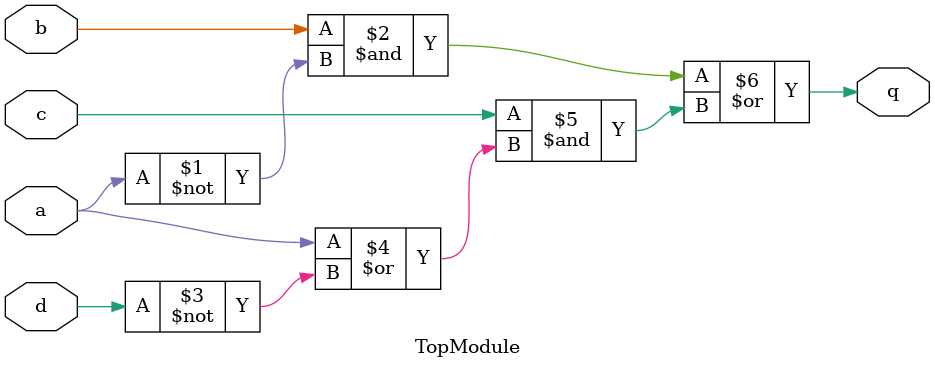
<source format=sv>
module TopModule(
    input logic a,
    input logic b,
    input logic c,
    input logic d,
    output logic q
);

    assign q = (b & ~a) | (c & (a | ~d));

endmodule
</source>
